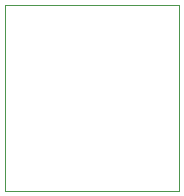
<source format=gbr>
%TF.GenerationSoftware,KiCad,Pcbnew,7.0.7*%
%TF.CreationDate,2023-10-18T21:09:21-04:00*%
%TF.ProjectId,JST-SR-HORIZONTAL-1.00mm-1x06,4a53542d-5352-42d4-984f-52495a4f4e54,rev?*%
%TF.SameCoordinates,Original*%
%TF.FileFunction,Profile,NP*%
%FSLAX46Y46*%
G04 Gerber Fmt 4.6, Leading zero omitted, Abs format (unit mm)*
G04 Created by KiCad (PCBNEW 7.0.7) date 2023-10-18 21:09:21*
%MOMM*%
%LPD*%
G01*
G04 APERTURE LIST*
%TA.AperFunction,Profile*%
%ADD10C,0.100000*%
%TD*%
G04 APERTURE END LIST*
D10*
X-248666000Y-104648000D02*
X-248666000Y-120396000D01*
X-248666000Y-120396000D02*
X-233934000Y-120396000D01*
X-233934000Y-104648000D02*
X-248666000Y-104648000D01*
X-233934000Y-120396000D02*
X-233934000Y-104648000D01*
M02*

</source>
